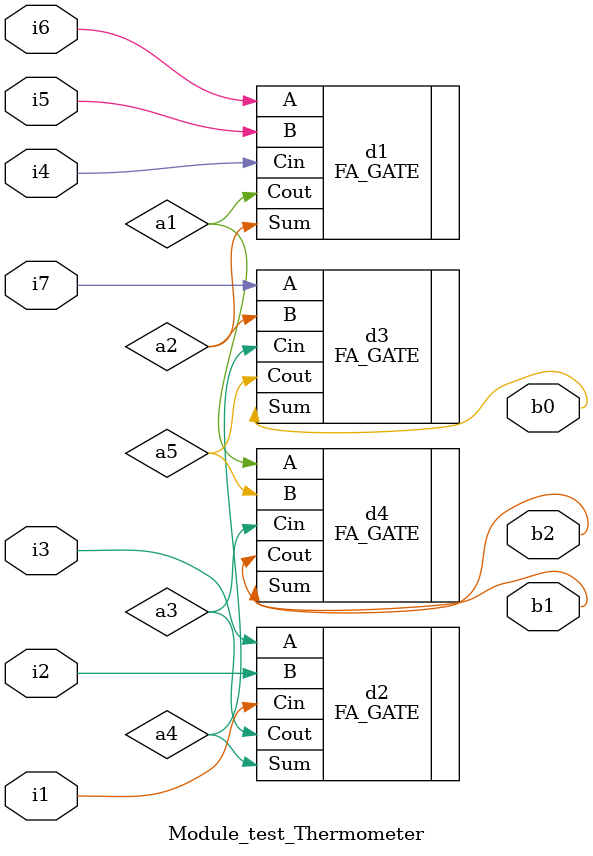
<source format=v>
`timescale 1ns / 1ps


module Module_test_Thermometer(
    input i1,i2,i3,i4,i5,i6,i7,
    output b0,b1,b2
    );
    
    wire a1,a2,a3,a4,a5;
   
    FA_GATE d1 (.A(i6),.B(i5),.Cin(i4),.Cout(a1),.Sum(a2));
    FA_GATE d2 (.A(i3),.B(i2),.Cin(i1),.Cout(a3),.Sum(a4));
    FA_GATE d3 (.A(i7),.B(a2),.Cin(a4),.Cout(a5),.Sum(b0));
    FA_GATE d4 (.A(a1),.B(a5),.Cin(a3),.Cout(b2),.Sum(b1));
    
endmodule

</source>
